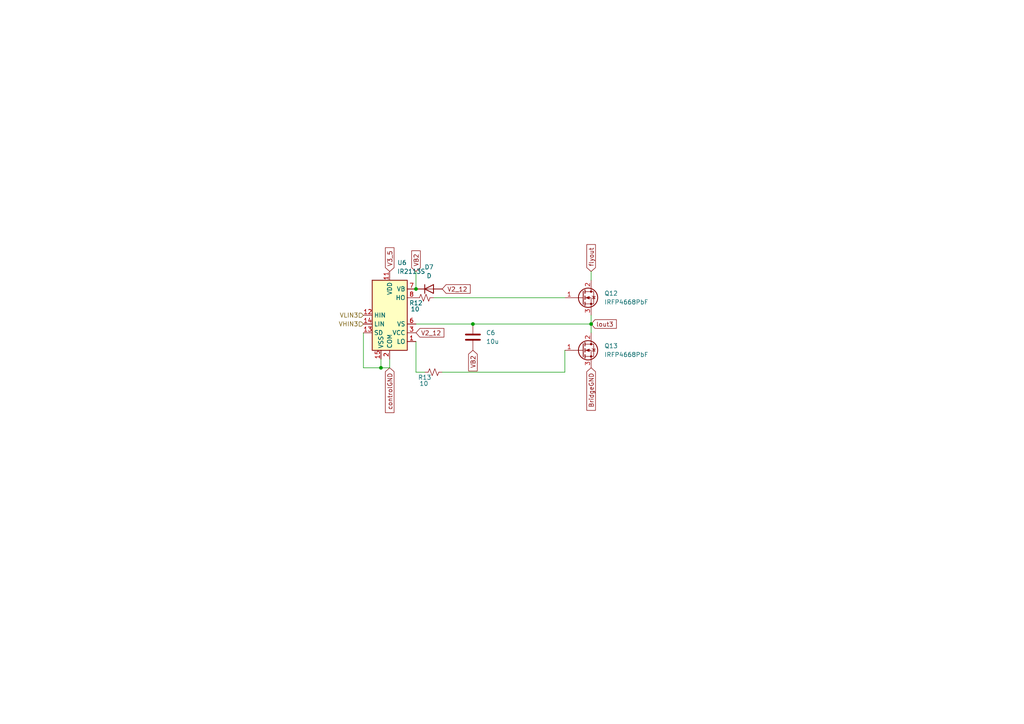
<source format=kicad_sch>
(kicad_sch
	(version 20231120)
	(generator "eeschema")
	(generator_version "8.0")
	(uuid "21237642-0fb2-4c9d-9a79-a382abbf03e9")
	(paper "A4")
	(lib_symbols
		(symbol "Device:C"
			(pin_numbers hide)
			(pin_names
				(offset 0.254)
			)
			(exclude_from_sim no)
			(in_bom yes)
			(on_board yes)
			(property "Reference" "C"
				(at 0.635 2.54 0)
				(effects
					(font
						(size 1.27 1.27)
					)
					(justify left)
				)
			)
			(property "Value" "C"
				(at 0.635 -2.54 0)
				(effects
					(font
						(size 1.27 1.27)
					)
					(justify left)
				)
			)
			(property "Footprint" ""
				(at 0.9652 -3.81 0)
				(effects
					(font
						(size 1.27 1.27)
					)
					(hide yes)
				)
			)
			(property "Datasheet" "~"
				(at 0 0 0)
				(effects
					(font
						(size 1.27 1.27)
					)
					(hide yes)
				)
			)
			(property "Description" "Unpolarized capacitor"
				(at 0 0 0)
				(effects
					(font
						(size 1.27 1.27)
					)
					(hide yes)
				)
			)
			(property "ki_keywords" "cap capacitor"
				(at 0 0 0)
				(effects
					(font
						(size 1.27 1.27)
					)
					(hide yes)
				)
			)
			(property "ki_fp_filters" "C_*"
				(at 0 0 0)
				(effects
					(font
						(size 1.27 1.27)
					)
					(hide yes)
				)
			)
			(symbol "C_0_1"
				(polyline
					(pts
						(xy -2.032 -0.762) (xy 2.032 -0.762)
					)
					(stroke
						(width 0.508)
						(type default)
					)
					(fill
						(type none)
					)
				)
				(polyline
					(pts
						(xy -2.032 0.762) (xy 2.032 0.762)
					)
					(stroke
						(width 0.508)
						(type default)
					)
					(fill
						(type none)
					)
				)
			)
			(symbol "C_1_1"
				(pin passive line
					(at 0 3.81 270)
					(length 2.794)
					(name "~"
						(effects
							(font
								(size 1.27 1.27)
							)
						)
					)
					(number "1"
						(effects
							(font
								(size 1.27 1.27)
							)
						)
					)
				)
				(pin passive line
					(at 0 -3.81 90)
					(length 2.794)
					(name "~"
						(effects
							(font
								(size 1.27 1.27)
							)
						)
					)
					(number "2"
						(effects
							(font
								(size 1.27 1.27)
							)
						)
					)
				)
			)
		)
		(symbol "Device:D"
			(pin_numbers hide)
			(pin_names
				(offset 1.016) hide)
			(exclude_from_sim no)
			(in_bom yes)
			(on_board yes)
			(property "Reference" "D"
				(at 0 2.54 0)
				(effects
					(font
						(size 1.27 1.27)
					)
				)
			)
			(property "Value" "D"
				(at 0 -2.54 0)
				(effects
					(font
						(size 1.27 1.27)
					)
				)
			)
			(property "Footprint" ""
				(at 0 0 0)
				(effects
					(font
						(size 1.27 1.27)
					)
					(hide yes)
				)
			)
			(property "Datasheet" "~"
				(at 0 0 0)
				(effects
					(font
						(size 1.27 1.27)
					)
					(hide yes)
				)
			)
			(property "Description" "Diode"
				(at 0 0 0)
				(effects
					(font
						(size 1.27 1.27)
					)
					(hide yes)
				)
			)
			(property "Sim.Device" "D"
				(at 0 0 0)
				(effects
					(font
						(size 1.27 1.27)
					)
					(hide yes)
				)
			)
			(property "Sim.Pins" "1=K 2=A"
				(at 0 0 0)
				(effects
					(font
						(size 1.27 1.27)
					)
					(hide yes)
				)
			)
			(property "ki_keywords" "diode"
				(at 0 0 0)
				(effects
					(font
						(size 1.27 1.27)
					)
					(hide yes)
				)
			)
			(property "ki_fp_filters" "TO-???* *_Diode_* *SingleDiode* D_*"
				(at 0 0 0)
				(effects
					(font
						(size 1.27 1.27)
					)
					(hide yes)
				)
			)
			(symbol "D_0_1"
				(polyline
					(pts
						(xy -1.27 1.27) (xy -1.27 -1.27)
					)
					(stroke
						(width 0.254)
						(type default)
					)
					(fill
						(type none)
					)
				)
				(polyline
					(pts
						(xy 1.27 0) (xy -1.27 0)
					)
					(stroke
						(width 0)
						(type default)
					)
					(fill
						(type none)
					)
				)
				(polyline
					(pts
						(xy 1.27 1.27) (xy 1.27 -1.27) (xy -1.27 0) (xy 1.27 1.27)
					)
					(stroke
						(width 0.254)
						(type default)
					)
					(fill
						(type none)
					)
				)
			)
			(symbol "D_1_1"
				(pin passive line
					(at -3.81 0 0)
					(length 2.54)
					(name "K"
						(effects
							(font
								(size 1.27 1.27)
							)
						)
					)
					(number "1"
						(effects
							(font
								(size 1.27 1.27)
							)
						)
					)
				)
				(pin passive line
					(at 3.81 0 180)
					(length 2.54)
					(name "A"
						(effects
							(font
								(size 1.27 1.27)
							)
						)
					)
					(number "2"
						(effects
							(font
								(size 1.27 1.27)
							)
						)
					)
				)
			)
		)
		(symbol "Device:R_Small_US"
			(pin_numbers hide)
			(pin_names
				(offset 0.254) hide)
			(exclude_from_sim no)
			(in_bom yes)
			(on_board yes)
			(property "Reference" "R"
				(at 0.762 0.508 0)
				(effects
					(font
						(size 1.27 1.27)
					)
					(justify left)
				)
			)
			(property "Value" "R_Small_US"
				(at 0.762 -1.016 0)
				(effects
					(font
						(size 1.27 1.27)
					)
					(justify left)
				)
			)
			(property "Footprint" ""
				(at 0 0 0)
				(effects
					(font
						(size 1.27 1.27)
					)
					(hide yes)
				)
			)
			(property "Datasheet" "~"
				(at 0 0 0)
				(effects
					(font
						(size 1.27 1.27)
					)
					(hide yes)
				)
			)
			(property "Description" "Resistor, small US symbol"
				(at 0 0 0)
				(effects
					(font
						(size 1.27 1.27)
					)
					(hide yes)
				)
			)
			(property "ki_keywords" "r resistor"
				(at 0 0 0)
				(effects
					(font
						(size 1.27 1.27)
					)
					(hide yes)
				)
			)
			(property "ki_fp_filters" "R_*"
				(at 0 0 0)
				(effects
					(font
						(size 1.27 1.27)
					)
					(hide yes)
				)
			)
			(symbol "R_Small_US_1_1"
				(polyline
					(pts
						(xy 0 0) (xy 1.016 -0.381) (xy 0 -0.762) (xy -1.016 -1.143) (xy 0 -1.524)
					)
					(stroke
						(width 0)
						(type default)
					)
					(fill
						(type none)
					)
				)
				(polyline
					(pts
						(xy 0 1.524) (xy 1.016 1.143) (xy 0 0.762) (xy -1.016 0.381) (xy 0 0)
					)
					(stroke
						(width 0)
						(type default)
					)
					(fill
						(type none)
					)
				)
				(pin passive line
					(at 0 2.54 270)
					(length 1.016)
					(name "~"
						(effects
							(font
								(size 1.27 1.27)
							)
						)
					)
					(number "1"
						(effects
							(font
								(size 1.27 1.27)
							)
						)
					)
				)
				(pin passive line
					(at 0 -2.54 90)
					(length 1.016)
					(name "~"
						(effects
							(font
								(size 1.27 1.27)
							)
						)
					)
					(number "2"
						(effects
							(font
								(size 1.27 1.27)
							)
						)
					)
				)
			)
		)
		(symbol "Driver_FET:IR2113S"
			(exclude_from_sim no)
			(in_bom yes)
			(on_board yes)
			(property "Reference" "U"
				(at 1.27 13.335 0)
				(effects
					(font
						(size 1.27 1.27)
					)
					(justify left)
				)
			)
			(property "Value" "IR2113S"
				(at 1.27 11.43 0)
				(effects
					(font
						(size 1.27 1.27)
					)
					(justify left)
				)
			)
			(property "Footprint" "Package_SO:SOIC-16W_7.5x10.3mm_P1.27mm"
				(at 0 0 0)
				(effects
					(font
						(size 1.27 1.27)
						(italic yes)
					)
					(hide yes)
				)
			)
			(property "Datasheet" "https://www.infineon.com/dgdl/ir2110.pdf?fileId=5546d462533600a4015355c80333167e"
				(at 0 0 0)
				(effects
					(font
						(size 1.27 1.27)
					)
					(hide yes)
				)
			)
			(property "Description" "High and Low Side Driver, 500V, 2.0/2.0A, SOIC-16W"
				(at 0 0 0)
				(effects
					(font
						(size 1.27 1.27)
					)
					(hide yes)
				)
			)
			(property "ki_keywords" "Gate Driver"
				(at 0 0 0)
				(effects
					(font
						(size 1.27 1.27)
					)
					(hide yes)
				)
			)
			(property "ki_fp_filters" "SOIC*7.5x10.3mm*P1.27mm*"
				(at 0 0 0)
				(effects
					(font
						(size 1.27 1.27)
					)
					(hide yes)
				)
			)
			(symbol "IR2113S_0_1"
				(rectangle
					(start -5.08 -10.16)
					(end 5.08 10.16)
					(stroke
						(width 0.254)
						(type default)
					)
					(fill
						(type background)
					)
				)
			)
			(symbol "IR2113S_1_1"
				(pin output line
					(at 7.62 -7.62 180)
					(length 2.54)
					(name "LO"
						(effects
							(font
								(size 1.27 1.27)
							)
						)
					)
					(number "1"
						(effects
							(font
								(size 1.27 1.27)
							)
						)
					)
				)
				(pin no_connect line
					(at 5.08 2.54 180)
					(length 2.54) hide
					(name "NC"
						(effects
							(font
								(size 1.27 1.27)
							)
						)
					)
					(number "10"
						(effects
							(font
								(size 1.27 1.27)
							)
						)
					)
				)
				(pin power_in line
					(at 0 12.7 270)
					(length 2.54)
					(name "VDD"
						(effects
							(font
								(size 1.27 1.27)
							)
						)
					)
					(number "11"
						(effects
							(font
								(size 1.27 1.27)
							)
						)
					)
				)
				(pin input line
					(at -7.62 0 0)
					(length 2.54)
					(name "HIN"
						(effects
							(font
								(size 1.27 1.27)
							)
						)
					)
					(number "12"
						(effects
							(font
								(size 1.27 1.27)
							)
						)
					)
				)
				(pin input line
					(at -7.62 -5.08 0)
					(length 2.54)
					(name "SD"
						(effects
							(font
								(size 1.27 1.27)
							)
						)
					)
					(number "13"
						(effects
							(font
								(size 1.27 1.27)
							)
						)
					)
				)
				(pin input line
					(at -7.62 -2.54 0)
					(length 2.54)
					(name "LIN"
						(effects
							(font
								(size 1.27 1.27)
							)
						)
					)
					(number "14"
						(effects
							(font
								(size 1.27 1.27)
							)
						)
					)
				)
				(pin power_in line
					(at -2.54 -12.7 90)
					(length 2.54)
					(name "VSS"
						(effects
							(font
								(size 1.27 1.27)
							)
						)
					)
					(number "15"
						(effects
							(font
								(size 1.27 1.27)
							)
						)
					)
				)
				(pin no_connect line
					(at 5.08 0 180)
					(length 2.54) hide
					(name "NC"
						(effects
							(font
								(size 1.27 1.27)
							)
						)
					)
					(number "16"
						(effects
							(font
								(size 1.27 1.27)
							)
						)
					)
				)
				(pin power_in line
					(at 0 -12.7 90)
					(length 2.54)
					(name "COM"
						(effects
							(font
								(size 1.27 1.27)
							)
						)
					)
					(number "2"
						(effects
							(font
								(size 1.27 1.27)
							)
						)
					)
				)
				(pin power_in line
					(at 7.62 -5.08 180)
					(length 2.54)
					(name "VCC"
						(effects
							(font
								(size 1.27 1.27)
							)
						)
					)
					(number "3"
						(effects
							(font
								(size 1.27 1.27)
							)
						)
					)
				)
				(pin no_connect line
					(at -5.08 7.62 0)
					(length 2.54) hide
					(name "NC"
						(effects
							(font
								(size 1.27 1.27)
							)
						)
					)
					(number "4"
						(effects
							(font
								(size 1.27 1.27)
							)
						)
					)
				)
				(pin no_connect line
					(at -5.08 5.08 0)
					(length 2.54) hide
					(name "NC"
						(effects
							(font
								(size 1.27 1.27)
							)
						)
					)
					(number "5"
						(effects
							(font
								(size 1.27 1.27)
							)
						)
					)
				)
				(pin passive line
					(at 7.62 -2.54 180)
					(length 2.54)
					(name "VS"
						(effects
							(font
								(size 1.27 1.27)
							)
						)
					)
					(number "6"
						(effects
							(font
								(size 1.27 1.27)
							)
						)
					)
				)
				(pin passive line
					(at 7.62 7.62 180)
					(length 2.54)
					(name "VB"
						(effects
							(font
								(size 1.27 1.27)
							)
						)
					)
					(number "7"
						(effects
							(font
								(size 1.27 1.27)
							)
						)
					)
				)
				(pin output line
					(at 7.62 5.08 180)
					(length 2.54)
					(name "HO"
						(effects
							(font
								(size 1.27 1.27)
							)
						)
					)
					(number "8"
						(effects
							(font
								(size 1.27 1.27)
							)
						)
					)
				)
				(pin no_connect line
					(at -5.08 2.54 0)
					(length 2.54) hide
					(name "NC"
						(effects
							(font
								(size 1.27 1.27)
							)
						)
					)
					(number "9"
						(effects
							(font
								(size 1.27 1.27)
							)
						)
					)
				)
			)
		)
		(symbol "Transistor_FET:IRFP4668PbF"
			(pin_names hide)
			(exclude_from_sim no)
			(in_bom yes)
			(on_board yes)
			(property "Reference" "Q"
				(at 5.08 1.905 0)
				(effects
					(font
						(size 1.27 1.27)
					)
					(justify left)
				)
			)
			(property "Value" "IRFP4668PbF"
				(at 5.08 0 0)
				(effects
					(font
						(size 1.27 1.27)
					)
					(justify left)
				)
			)
			(property "Footprint" "Package_TO_SOT_THT:TO-247-3_Vertical"
				(at 5.08 -1.905 0)
				(effects
					(font
						(size 1.27 1.27)
						(italic yes)
					)
					(justify left)
					(hide yes)
				)
			)
			(property "Datasheet" "https://www.infineon.com/dgdl/irfp4668pbf.pdf?fileId=5546d462533600a40153562c8528201d"
				(at 5.08 -3.81 0)
				(effects
					(font
						(size 1.27 1.27)
					)
					(justify left)
					(hide yes)
				)
			)
			(property "Description" "130A Id, 200V Vds, N-Channel Power MOSFET, TO-247"
				(at 0 0 0)
				(effects
					(font
						(size 1.27 1.27)
					)
					(hide yes)
				)
			)
			(property "ki_keywords" "N-Channel Power MOSFET"
				(at 0 0 0)
				(effects
					(font
						(size 1.27 1.27)
					)
					(hide yes)
				)
			)
			(property "ki_fp_filters" "TO?247*"
				(at 0 0 0)
				(effects
					(font
						(size 1.27 1.27)
					)
					(hide yes)
				)
			)
			(symbol "IRFP4668PbF_0_1"
				(polyline
					(pts
						(xy 0.254 0) (xy -2.54 0)
					)
					(stroke
						(width 0)
						(type default)
					)
					(fill
						(type none)
					)
				)
				(polyline
					(pts
						(xy 0.254 1.905) (xy 0.254 -1.905)
					)
					(stroke
						(width 0.254)
						(type default)
					)
					(fill
						(type none)
					)
				)
				(polyline
					(pts
						(xy 0.762 -1.27) (xy 0.762 -2.286)
					)
					(stroke
						(width 0.254)
						(type default)
					)
					(fill
						(type none)
					)
				)
				(polyline
					(pts
						(xy 0.762 0.508) (xy 0.762 -0.508)
					)
					(stroke
						(width 0.254)
						(type default)
					)
					(fill
						(type none)
					)
				)
				(polyline
					(pts
						(xy 0.762 2.286) (xy 0.762 1.27)
					)
					(stroke
						(width 0.254)
						(type default)
					)
					(fill
						(type none)
					)
				)
				(polyline
					(pts
						(xy 2.54 2.54) (xy 2.54 1.778)
					)
					(stroke
						(width 0)
						(type default)
					)
					(fill
						(type none)
					)
				)
				(polyline
					(pts
						(xy 2.54 -2.54) (xy 2.54 0) (xy 0.762 0)
					)
					(stroke
						(width 0)
						(type default)
					)
					(fill
						(type none)
					)
				)
				(polyline
					(pts
						(xy 0.762 -1.778) (xy 3.302 -1.778) (xy 3.302 1.778) (xy 0.762 1.778)
					)
					(stroke
						(width 0)
						(type default)
					)
					(fill
						(type none)
					)
				)
				(polyline
					(pts
						(xy 1.016 0) (xy 2.032 0.381) (xy 2.032 -0.381) (xy 1.016 0)
					)
					(stroke
						(width 0)
						(type default)
					)
					(fill
						(type outline)
					)
				)
				(polyline
					(pts
						(xy 2.794 0.508) (xy 2.921 0.381) (xy 3.683 0.381) (xy 3.81 0.254)
					)
					(stroke
						(width 0)
						(type default)
					)
					(fill
						(type none)
					)
				)
				(polyline
					(pts
						(xy 3.302 0.381) (xy 2.921 -0.254) (xy 3.683 -0.254) (xy 3.302 0.381)
					)
					(stroke
						(width 0)
						(type default)
					)
					(fill
						(type none)
					)
				)
				(circle
					(center 1.651 0)
					(radius 2.794)
					(stroke
						(width 0.254)
						(type default)
					)
					(fill
						(type none)
					)
				)
				(circle
					(center 2.54 -1.778)
					(radius 0.254)
					(stroke
						(width 0)
						(type default)
					)
					(fill
						(type outline)
					)
				)
				(circle
					(center 2.54 1.778)
					(radius 0.254)
					(stroke
						(width 0)
						(type default)
					)
					(fill
						(type outline)
					)
				)
			)
			(symbol "IRFP4668PbF_1_1"
				(pin input line
					(at -5.08 0 0)
					(length 2.54)
					(name "G"
						(effects
							(font
								(size 1.27 1.27)
							)
						)
					)
					(number "1"
						(effects
							(font
								(size 1.27 1.27)
							)
						)
					)
				)
				(pin passive line
					(at 2.54 5.08 270)
					(length 2.54)
					(name "D"
						(effects
							(font
								(size 1.27 1.27)
							)
						)
					)
					(number "2"
						(effects
							(font
								(size 1.27 1.27)
							)
						)
					)
				)
				(pin passive line
					(at 2.54 -5.08 90)
					(length 2.54)
					(name "S"
						(effects
							(font
								(size 1.27 1.27)
							)
						)
					)
					(number "3"
						(effects
							(font
								(size 1.27 1.27)
							)
						)
					)
				)
			)
		)
	)
	(junction
		(at 171.45 93.98)
		(diameter 0)
		(color 0 0 0 0)
		(uuid "15b1fed1-58e2-405b-a198-7b28085cfea2")
	)
	(junction
		(at 110.49 106.68)
		(diameter 0)
		(color 0 0 0 0)
		(uuid "a19fc2a4-241e-436b-b69c-bc1740731a05")
	)
	(junction
		(at 137.16 93.98)
		(diameter 0)
		(color 0 0 0 0)
		(uuid "c5e337ac-f9f0-4931-baed-72733ddc1ca0")
	)
	(junction
		(at 120.65 83.82)
		(diameter 0)
		(color 0 0 0 0)
		(uuid "db9676fa-aa37-4334-b7a7-89ede034fbb1")
	)
	(wire
		(pts
			(xy 171.45 93.98) (xy 171.45 96.52)
		)
		(stroke
			(width 0)
			(type default)
		)
		(uuid "18554665-7d02-4023-bff7-9e7ac1340171")
	)
	(wire
		(pts
			(xy 110.49 104.14) (xy 110.49 106.68)
		)
		(stroke
			(width 0)
			(type default)
		)
		(uuid "22581ada-d0ac-42b0-9f8a-8bc65fe5a4c7")
	)
	(wire
		(pts
			(xy 171.45 78.74) (xy 171.45 81.28)
		)
		(stroke
			(width 0)
			(type default)
		)
		(uuid "25014055-9ac3-4e58-8892-64b1dde409c2")
	)
	(wire
		(pts
			(xy 163.83 107.95) (xy 163.83 101.6)
		)
		(stroke
			(width 0)
			(type default)
		)
		(uuid "3780d0c5-d686-4d63-ac54-e9f8f065f6fc")
	)
	(wire
		(pts
			(xy 120.65 93.98) (xy 137.16 93.98)
		)
		(stroke
			(width 0)
			(type default)
		)
		(uuid "395bd278-c4ac-4993-916b-db18b2bc568e")
	)
	(wire
		(pts
			(xy 110.49 106.68) (xy 113.03 106.68)
		)
		(stroke
			(width 0)
			(type default)
		)
		(uuid "3f6e1126-118b-45d6-b721-81e95faa1100")
	)
	(wire
		(pts
			(xy 105.41 106.68) (xy 110.49 106.68)
		)
		(stroke
			(width 0)
			(type default)
		)
		(uuid "4e8d4f51-104a-451f-93f7-a3b42f0ea153")
	)
	(wire
		(pts
			(xy 120.65 107.95) (xy 123.19 107.95)
		)
		(stroke
			(width 0)
			(type default)
		)
		(uuid "52cb495b-3d42-485a-82cb-4e29cb6b156d")
	)
	(wire
		(pts
			(xy 137.16 93.98) (xy 171.45 93.98)
		)
		(stroke
			(width 0)
			(type default)
		)
		(uuid "6c46fa4b-9c68-407b-a332-68eee2143381")
	)
	(wire
		(pts
			(xy 120.65 99.06) (xy 120.65 107.95)
		)
		(stroke
			(width 0)
			(type default)
		)
		(uuid "7aed5f51-ffa0-4ded-a470-db42f8ca8ca7")
	)
	(wire
		(pts
			(xy 105.41 96.52) (xy 105.41 106.68)
		)
		(stroke
			(width 0)
			(type default)
		)
		(uuid "8a9297be-8ce2-4020-bdef-5d3808e3ec33")
	)
	(wire
		(pts
			(xy 120.65 78.74) (xy 120.65 83.82)
		)
		(stroke
			(width 0)
			(type default)
		)
		(uuid "9f986cf4-782d-4db9-b4fa-dd95dfacf37e")
	)
	(wire
		(pts
			(xy 128.27 107.95) (xy 163.83 107.95)
		)
		(stroke
			(width 0)
			(type default)
		)
		(uuid "bf92dc03-c9ae-4a24-8480-5e9c2b5060e7")
	)
	(wire
		(pts
			(xy 113.03 106.68) (xy 113.03 104.14)
		)
		(stroke
			(width 0)
			(type default)
		)
		(uuid "ca4638bc-e15b-4e1f-8ba6-a567dd58a9ac")
	)
	(wire
		(pts
			(xy 171.45 91.44) (xy 171.45 93.98)
		)
		(stroke
			(width 0)
			(type default)
		)
		(uuid "dee7d5a5-8cfe-445a-ab67-8f7226ca53a2")
	)
	(wire
		(pts
			(xy 125.73 86.36) (xy 163.83 86.36)
		)
		(stroke
			(width 0)
			(type default)
		)
		(uuid "e177dbce-0ee9-4455-b7e9-3e2e478b09ea")
	)
	(global_label "controlGND"
		(shape input)
		(at 113.03 106.68 270)
		(fields_autoplaced yes)
		(effects
			(font
				(size 1.27 1.27)
			)
			(justify right)
		)
		(uuid "0b642a33-8258-4f77-8d53-c0fccc7025fd")
		(property "Intersheetrefs" "${INTERSHEET_REFS}"
			(at 113.03 120.2484 90)
			(effects
				(font
					(size 1.27 1.27)
				)
				(justify right)
				(hide yes)
			)
		)
	)
	(global_label "BridgeGND"
		(shape input)
		(at 171.45 106.68 270)
		(fields_autoplaced yes)
		(effects
			(font
				(size 1.27 1.27)
			)
			(justify right)
		)
		(uuid "1c4349b5-3300-49c8-aa88-71498c959f1b")
		(property "Intersheetrefs" "${INTERSHEET_REFS}"
			(at 171.45 119.5833 90)
			(effects
				(font
					(size 1.27 1.27)
				)
				(justify right)
				(hide yes)
			)
		)
	)
	(global_label "V3_5"
		(shape input)
		(at 113.03 78.74 90)
		(fields_autoplaced yes)
		(effects
			(font
				(size 1.27 1.27)
			)
			(justify left)
		)
		(uuid "1cbb1285-9d02-4b2c-bc5f-92f5d7668198")
		(property "Intersheetrefs" "${INTERSHEET_REFS}"
			(at 113.03 71.2796 90)
			(effects
				(font
					(size 1.27 1.27)
				)
				(justify left)
				(hide yes)
			)
		)
	)
	(global_label "VB2"
		(shape input)
		(at 120.65 78.74 90)
		(fields_autoplaced yes)
		(effects
			(font
				(size 1.27 1.27)
			)
			(justify left)
		)
		(uuid "388d3dd6-5cad-4d33-84cc-11d2f3e92a11")
		(property "Intersheetrefs" "${INTERSHEET_REFS}"
			(at 120.65 72.1867 90)
			(effects
				(font
					(size 1.27 1.27)
				)
				(justify left)
				(hide yes)
			)
		)
	)
	(global_label "V2_12"
		(shape input)
		(at 128.27 83.82 0)
		(fields_autoplaced yes)
		(effects
			(font
				(size 1.27 1.27)
			)
			(justify left)
		)
		(uuid "6243d32e-fa77-4a40-967c-33964633310d")
		(property "Intersheetrefs" "${INTERSHEET_REFS}"
			(at 136.9399 83.82 0)
			(effects
				(font
					(size 1.27 1.27)
				)
				(justify left)
				(hide yes)
			)
		)
	)
	(global_label "flyout"
		(shape input)
		(at 171.45 78.74 90)
		(fields_autoplaced yes)
		(effects
			(font
				(size 1.27 1.27)
			)
			(justify left)
		)
		(uuid "65bd280d-7bb3-4b87-924b-e9869b1b1319")
		(property "Intersheetrefs" "${INTERSHEET_REFS}"
			(at 171.45 70.3726 90)
			(effects
				(font
					(size 1.27 1.27)
				)
				(justify left)
				(hide yes)
			)
		)
	)
	(global_label "VB2"
		(shape input)
		(at 137.16 101.6 270)
		(fields_autoplaced yes)
		(effects
			(font
				(size 1.27 1.27)
			)
			(justify right)
		)
		(uuid "9d9496cb-8605-4fe7-860d-edb62503a9e9")
		(property "Intersheetrefs" "${INTERSHEET_REFS}"
			(at 137.16 108.1533 90)
			(effects
				(font
					(size 1.27 1.27)
				)
				(justify right)
				(hide yes)
			)
		)
	)
	(global_label "lout3"
		(shape input)
		(at 171.45 93.98 0)
		(fields_autoplaced yes)
		(effects
			(font
				(size 1.27 1.27)
			)
			(justify left)
		)
		(uuid "c4c0b647-3712-4aac-a6c1-dc8cff32d95e")
		(property "Intersheetrefs" "${INTERSHEET_REFS}"
			(at 179.3336 93.98 0)
			(effects
				(font
					(size 1.27 1.27)
				)
				(justify left)
				(hide yes)
			)
		)
	)
	(global_label "V2_12"
		(shape input)
		(at 120.65 96.52 0)
		(fields_autoplaced yes)
		(effects
			(font
				(size 1.27 1.27)
			)
			(justify left)
		)
		(uuid "dfe8e28f-5d2b-4593-bc5f-df29f596a075")
		(property "Intersheetrefs" "${INTERSHEET_REFS}"
			(at 129.3199 96.52 0)
			(effects
				(font
					(size 1.27 1.27)
				)
				(justify left)
				(hide yes)
			)
		)
	)
	(hierarchical_label "VHIN3"
		(shape input)
		(at 105.41 93.98 180)
		(fields_autoplaced yes)
		(effects
			(font
				(size 1.27 1.27)
			)
			(justify right)
		)
		(uuid "74c3cb6e-c785-41ee-b52d-798d3e593340")
	)
	(hierarchical_label "VLIN3"
		(shape input)
		(at 105.41 91.44 180)
		(fields_autoplaced yes)
		(effects
			(font
				(size 1.27 1.27)
			)
			(justify right)
		)
		(uuid "d4544e02-c01e-4d31-8472-172dbce825c7")
	)
	(symbol
		(lib_id "Transistor_FET:IRFP4668PbF")
		(at 168.91 101.6 0)
		(unit 1)
		(exclude_from_sim no)
		(in_bom yes)
		(on_board yes)
		(dnp no)
		(fields_autoplaced yes)
		(uuid "14616da6-15e3-4ba1-a28a-d138106680c1")
		(property "Reference" "Q13"
			(at 175.26 100.3299 0)
			(effects
				(font
					(size 1.27 1.27)
				)
				(justify left)
			)
		)
		(property "Value" "IRFP4668PbF"
			(at 175.26 102.8699 0)
			(effects
				(font
					(size 1.27 1.27)
				)
				(justify left)
			)
		)
		(property "Footprint" "Package_TO_SOT_SMD:SC-59_Handsoldering"
			(at 173.99 103.505 0)
			(effects
				(font
					(size 1.27 1.27)
					(italic yes)
				)
				(justify left)
				(hide yes)
			)
		)
		(property "Datasheet" "https://www.infineon.com/dgdl/irfp4668pbf.pdf?fileId=5546d462533600a40153562c8528201d"
			(at 173.99 105.41 0)
			(effects
				(font
					(size 1.27 1.27)
				)
				(justify left)
				(hide yes)
			)
		)
		(property "Description" "130A Id, 200V Vds, N-Channel Power MOSFET, TO-247"
			(at 168.91 101.6 0)
			(effects
				(font
					(size 1.27 1.27)
				)
				(hide yes)
			)
		)
		(pin "1"
			(uuid "88b015ef-4bc7-47eb-bae8-ed51e8871568")
		)
		(pin "2"
			(uuid "5c3a7572-df58-43d7-9490-16fccf3e7759")
		)
		(pin "3"
			(uuid "b7e80ea6-ea26-411e-a5fd-724947517866")
		)
		(instances
			(project "simulatedpcb"
				(path "/edf94242-0cdc-4580-8fae-fd56a0fef1a3/186abe19-5de7-4a02-ac91-95a173256413/942d969f-c896-4557-bc69-9c6219de8397"
					(reference "Q13")
					(unit 1)
				)
			)
		)
	)
	(symbol
		(lib_id "Transistor_FET:IRFP4668PbF")
		(at 168.91 86.36 0)
		(unit 1)
		(exclude_from_sim no)
		(in_bom yes)
		(on_board yes)
		(dnp no)
		(fields_autoplaced yes)
		(uuid "149aa510-2456-4147-81c1-7102885ef5b7")
		(property "Reference" "Q12"
			(at 175.26 85.0899 0)
			(effects
				(font
					(size 1.27 1.27)
				)
				(justify left)
			)
		)
		(property "Value" "IRFP4668PbF"
			(at 175.26 87.6299 0)
			(effects
				(font
					(size 1.27 1.27)
				)
				(justify left)
			)
		)
		(property "Footprint" "Package_TO_SOT_SMD:SC-59_Handsoldering"
			(at 173.99 88.265 0)
			(effects
				(font
					(size 1.27 1.27)
					(italic yes)
				)
				(justify left)
				(hide yes)
			)
		)
		(property "Datasheet" "https://www.infineon.com/dgdl/irfp4668pbf.pdf?fileId=5546d462533600a40153562c8528201d"
			(at 173.99 90.17 0)
			(effects
				(font
					(size 1.27 1.27)
				)
				(justify left)
				(hide yes)
			)
		)
		(property "Description" "130A Id, 200V Vds, N-Channel Power MOSFET, TO-247"
			(at 168.91 86.36 0)
			(effects
				(font
					(size 1.27 1.27)
				)
				(hide yes)
			)
		)
		(pin "1"
			(uuid "e0fc046a-0e26-48c0-8735-582f5485b914")
		)
		(pin "2"
			(uuid "c474e27d-337a-4f13-965a-f020fac772f2")
		)
		(pin "3"
			(uuid "5905e554-2498-4cac-8693-2f64deec5e78")
		)
		(instances
			(project "simulatedpcb"
				(path "/edf94242-0cdc-4580-8fae-fd56a0fef1a3/186abe19-5de7-4a02-ac91-95a173256413/942d969f-c896-4557-bc69-9c6219de8397"
					(reference "Q12")
					(unit 1)
				)
			)
		)
	)
	(symbol
		(lib_id "Driver_FET:IR2113S")
		(at 113.03 91.44 0)
		(unit 1)
		(exclude_from_sim no)
		(in_bom yes)
		(on_board yes)
		(dnp no)
		(fields_autoplaced yes)
		(uuid "4122eca1-0b98-4175-982d-834dbc44f55a")
		(property "Reference" "U6"
			(at 115.2241 76.2 0)
			(effects
				(font
					(size 1.27 1.27)
				)
				(justify left)
			)
		)
		(property "Value" "IR2113S"
			(at 115.2241 78.74 0)
			(effects
				(font
					(size 1.27 1.27)
				)
				(justify left)
			)
		)
		(property "Footprint" "Package_SO:SOIC-16W_7.5x10.3mm_P1.27mm"
			(at 113.03 91.44 0)
			(effects
				(font
					(size 1.27 1.27)
					(italic yes)
				)
				(hide yes)
			)
		)
		(property "Datasheet" "https://www.infineon.com/dgdl/ir2110.pdf?fileId=5546d462533600a4015355c80333167e"
			(at 113.03 91.44 0)
			(effects
				(font
					(size 1.27 1.27)
				)
				(hide yes)
			)
		)
		(property "Description" "High and Low Side Driver, 500V, 2.0/2.0A, SOIC-16W"
			(at 113.03 91.44 0)
			(effects
				(font
					(size 1.27 1.27)
				)
				(hide yes)
			)
		)
		(pin "1"
			(uuid "a87b2680-6895-496c-8efe-5eac288c0bff")
		)
		(pin "6"
			(uuid "61018dba-da3f-477e-ae6f-25ea5903b9c9")
		)
		(pin "15"
			(uuid "30a9ab68-dc1b-48dc-a023-11a30d784e06")
		)
		(pin "8"
			(uuid "7fce8797-3ca3-4a5a-bb3d-117a992b9108")
		)
		(pin "9"
			(uuid "8b4ca21d-0cdc-46e6-891d-3d0cea27eb7b")
		)
		(pin "10"
			(uuid "365d69ed-73af-4630-a879-dfa15e55a1de")
		)
		(pin "7"
			(uuid "d54401e2-4961-4439-9b99-3d0638285524")
		)
		(pin "3"
			(uuid "b4d76569-d58f-4d88-a4c4-4d5082acf544")
		)
		(pin "2"
			(uuid "4cad41bb-a8b8-4f80-8767-fd958156b9bd")
		)
		(pin "11"
			(uuid "9c004469-53ee-47c8-a8a6-243fdcf8a79e")
		)
		(pin "14"
			(uuid "2ffa9931-700f-4150-a7bf-f8acc8a38812")
		)
		(pin "4"
			(uuid "9722f6be-d729-4f88-b662-6cea14a583bf")
		)
		(pin "5"
			(uuid "ea812761-9b75-469d-99c5-ab9e4dbb2527")
		)
		(pin "12"
			(uuid "53faa2cb-b4c5-4df4-ba92-04aa7e47c03e")
		)
		(pin "13"
			(uuid "6c14e4fc-1141-433a-aac2-f49247b0a553")
		)
		(pin "16"
			(uuid "b490484b-a6f3-4cf8-aab3-9664e003f254")
		)
		(instances
			(project "simulatedpcb"
				(path "/edf94242-0cdc-4580-8fae-fd56a0fef1a3/186abe19-5de7-4a02-ac91-95a173256413/942d969f-c896-4557-bc69-9c6219de8397"
					(reference "U6")
					(unit 1)
				)
			)
		)
	)
	(symbol
		(lib_id "Device:D")
		(at 124.46 83.82 0)
		(unit 1)
		(exclude_from_sim no)
		(in_bom yes)
		(on_board yes)
		(dnp no)
		(fields_autoplaced yes)
		(uuid "972b2657-40e9-49fe-bd01-24a328619a11")
		(property "Reference" "D7"
			(at 124.46 77.47 0)
			(effects
				(font
					(size 1.27 1.27)
				)
			)
		)
		(property "Value" "D"
			(at 124.46 80.01 0)
			(effects
				(font
					(size 1.27 1.27)
				)
			)
		)
		(property "Footprint" "Diode_SMD:D_1206_3216Metric_Pad1.42x1.75mm_HandSolder"
			(at 124.46 83.82 0)
			(effects
				(font
					(size 1.27 1.27)
				)
				(hide yes)
			)
		)
		(property "Datasheet" "~"
			(at 124.46 83.82 0)
			(effects
				(font
					(size 1.27 1.27)
				)
				(hide yes)
			)
		)
		(property "Description" "Diode"
			(at 124.46 83.82 0)
			(effects
				(font
					(size 1.27 1.27)
				)
				(hide yes)
			)
		)
		(property "Sim.Device" "D"
			(at 124.46 83.82 0)
			(effects
				(font
					(size 1.27 1.27)
				)
				(hide yes)
			)
		)
		(property "Sim.Pins" "1=K 2=A"
			(at 124.46 83.82 0)
			(effects
				(font
					(size 1.27 1.27)
				)
				(hide yes)
			)
		)
		(pin "1"
			(uuid "f82296f2-57a2-46ec-912e-878d6cc883ab")
		)
		(pin "2"
			(uuid "a99b5186-aae4-4ae0-8486-1c6a36c4c841")
		)
		(instances
			(project "simulatedpcb"
				(path "/edf94242-0cdc-4580-8fae-fd56a0fef1a3/186abe19-5de7-4a02-ac91-95a173256413/942d969f-c896-4557-bc69-9c6219de8397"
					(reference "D7")
					(unit 1)
				)
			)
		)
	)
	(symbol
		(lib_id "Device:R_Small_US")
		(at 125.73 107.95 90)
		(unit 1)
		(exclude_from_sim no)
		(in_bom yes)
		(on_board yes)
		(dnp no)
		(uuid "ad3f2539-2d25-4235-a25d-4d30eb478fdf")
		(property "Reference" "R13"
			(at 123.19 109.474 90)
			(effects
				(font
					(size 1.27 1.27)
				)
			)
		)
		(property "Value" "10"
			(at 122.936 111.252 90)
			(effects
				(font
					(size 1.27 1.27)
				)
			)
		)
		(property "Footprint" "Resistor_SMD:R_01005_0402Metric"
			(at 125.73 107.95 0)
			(effects
				(font
					(size 1.27 1.27)
				)
				(hide yes)
			)
		)
		(property "Datasheet" "~"
			(at 125.73 107.95 0)
			(effects
				(font
					(size 1.27 1.27)
				)
				(hide yes)
			)
		)
		(property "Description" "Resistor, small US symbol"
			(at 125.73 107.95 0)
			(effects
				(font
					(size 1.27 1.27)
				)
				(hide yes)
			)
		)
		(pin "2"
			(uuid "b0be22ff-d9c3-4545-81bb-13b100bfb456")
		)
		(pin "1"
			(uuid "5b3e2fe5-bd2f-45de-bd7a-83a1556fe752")
		)
		(instances
			(project "simulatedpcb"
				(path "/edf94242-0cdc-4580-8fae-fd56a0fef1a3/186abe19-5de7-4a02-ac91-95a173256413/942d969f-c896-4557-bc69-9c6219de8397"
					(reference "R13")
					(unit 1)
				)
			)
		)
	)
	(symbol
		(lib_id "Device:C")
		(at 137.16 97.79 0)
		(unit 1)
		(exclude_from_sim no)
		(in_bom yes)
		(on_board yes)
		(dnp no)
		(fields_autoplaced yes)
		(uuid "b951d068-a31b-4ec2-8251-7dfde4b465ac")
		(property "Reference" "C6"
			(at 140.97 96.5199 0)
			(effects
				(font
					(size 1.27 1.27)
				)
				(justify left)
			)
		)
		(property "Value" "10u"
			(at 140.97 99.0599 0)
			(effects
				(font
					(size 1.27 1.27)
				)
				(justify left)
			)
		)
		(property "Footprint" "Capacitor_SMD:C_01005_0402Metric"
			(at 138.1252 101.6 0)
			(effects
				(font
					(size 1.27 1.27)
				)
				(hide yes)
			)
		)
		(property "Datasheet" "~"
			(at 137.16 97.79 0)
			(effects
				(font
					(size 1.27 1.27)
				)
				(hide yes)
			)
		)
		(property "Description" "Unpolarized capacitor"
			(at 137.16 97.79 0)
			(effects
				(font
					(size 1.27 1.27)
				)
				(hide yes)
			)
		)
		(pin "2"
			(uuid "549b7495-8515-41be-9959-23d592898d65")
		)
		(pin "1"
			(uuid "0d51f414-c3e6-4a14-8b95-a0f8d1386527")
		)
		(instances
			(project "simulatedpcb"
				(path "/edf94242-0cdc-4580-8fae-fd56a0fef1a3/186abe19-5de7-4a02-ac91-95a173256413/942d969f-c896-4557-bc69-9c6219de8397"
					(reference "C6")
					(unit 1)
				)
			)
		)
	)
	(symbol
		(lib_id "Device:R_Small_US")
		(at 123.19 86.36 90)
		(unit 1)
		(exclude_from_sim no)
		(in_bom yes)
		(on_board yes)
		(dnp no)
		(uuid "fd68e0f1-7530-41d9-9cfd-7aeb1eea8b0f")
		(property "Reference" "R12"
			(at 120.65 87.884 90)
			(effects
				(font
					(size 1.27 1.27)
				)
			)
		)
		(property "Value" "10"
			(at 120.396 89.662 90)
			(effects
				(font
					(size 1.27 1.27)
				)
			)
		)
		(property "Footprint" "Resistor_SMD:R_01005_0402Metric"
			(at 123.19 86.36 0)
			(effects
				(font
					(size 1.27 1.27)
				)
				(hide yes)
			)
		)
		(property "Datasheet" "~"
			(at 123.19 86.36 0)
			(effects
				(font
					(size 1.27 1.27)
				)
				(hide yes)
			)
		)
		(property "Description" "Resistor, small US symbol"
			(at 123.19 86.36 0)
			(effects
				(font
					(size 1.27 1.27)
				)
				(hide yes)
			)
		)
		(pin "2"
			(uuid "ba947dcf-c697-42b8-857c-a6bbf6cd6bf3")
		)
		(pin "1"
			(uuid "5a9e1485-54a2-4c89-8158-11f05c5316d9")
		)
		(instances
			(project "simulatedpcb"
				(path "/edf94242-0cdc-4580-8fae-fd56a0fef1a3/186abe19-5de7-4a02-ac91-95a173256413/942d969f-c896-4557-bc69-9c6219de8397"
					(reference "R12")
					(unit 1)
				)
			)
		)
	)
)

</source>
